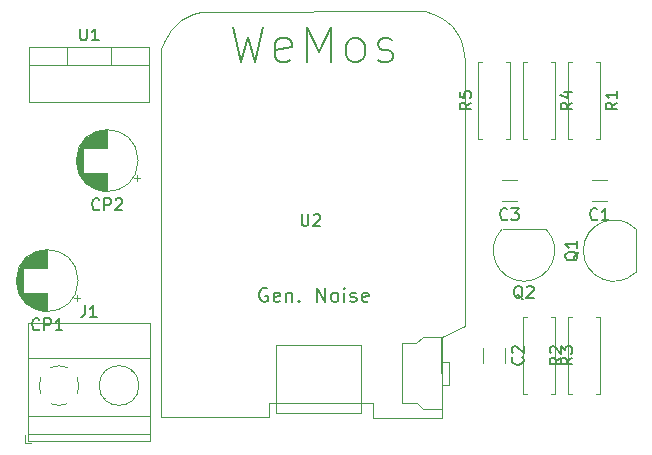
<source format=gto>
G04 #@! TF.GenerationSoftware,KiCad,Pcbnew,5.0.2+dfsg1-1*
G04 #@! TF.CreationDate,2019-01-29T13:39:18+01:00*
G04 #@! TF.ProjectId,wifi_noise_gen,77696669-5f6e-46f6-9973-655f67656e2e,rev?*
G04 #@! TF.SameCoordinates,Original*
G04 #@! TF.FileFunction,Legend,Top*
G04 #@! TF.FilePolarity,Positive*
%FSLAX46Y46*%
G04 Gerber Fmt 4.6, Leading zero omitted, Abs format (unit mm)*
G04 Created by KiCad (PCBNEW 5.0.2+dfsg1-1) date Tue 29 Jan 2019 01:39:18 PM STD*
%MOMM*%
%LPD*%
G01*
G04 APERTURE LIST*
%ADD10C,0.200000*%
%ADD11C,0.100000*%
%ADD12C,0.120000*%
%ADD13C,0.150000*%
G04 APERTURE END LIST*
D10*
X120517142Y-89570000D02*
X120402857Y-89512857D01*
X120231428Y-89512857D01*
X120060000Y-89570000D01*
X119945714Y-89684285D01*
X119888571Y-89798571D01*
X119831428Y-90027142D01*
X119831428Y-90198571D01*
X119888571Y-90427142D01*
X119945714Y-90541428D01*
X120060000Y-90655714D01*
X120231428Y-90712857D01*
X120345714Y-90712857D01*
X120517142Y-90655714D01*
X120574285Y-90598571D01*
X120574285Y-90198571D01*
X120345714Y-90198571D01*
X121545714Y-90655714D02*
X121431428Y-90712857D01*
X121202857Y-90712857D01*
X121088571Y-90655714D01*
X121031428Y-90541428D01*
X121031428Y-90084285D01*
X121088571Y-89970000D01*
X121202857Y-89912857D01*
X121431428Y-89912857D01*
X121545714Y-89970000D01*
X121602857Y-90084285D01*
X121602857Y-90198571D01*
X121031428Y-90312857D01*
X122117142Y-89912857D02*
X122117142Y-90712857D01*
X122117142Y-90027142D02*
X122174285Y-89970000D01*
X122288571Y-89912857D01*
X122460000Y-89912857D01*
X122574285Y-89970000D01*
X122631428Y-90084285D01*
X122631428Y-90712857D01*
X123202857Y-90598571D02*
X123260000Y-90655714D01*
X123202857Y-90712857D01*
X123145714Y-90655714D01*
X123202857Y-90598571D01*
X123202857Y-90712857D01*
X124688571Y-90712857D02*
X124688571Y-89512857D01*
X125374285Y-90712857D01*
X125374285Y-89512857D01*
X126117142Y-90712857D02*
X126002857Y-90655714D01*
X125945714Y-90598571D01*
X125888571Y-90484285D01*
X125888571Y-90141428D01*
X125945714Y-90027142D01*
X126002857Y-89970000D01*
X126117142Y-89912857D01*
X126288571Y-89912857D01*
X126402857Y-89970000D01*
X126460000Y-90027142D01*
X126517142Y-90141428D01*
X126517142Y-90484285D01*
X126460000Y-90598571D01*
X126402857Y-90655714D01*
X126288571Y-90712857D01*
X126117142Y-90712857D01*
X127031428Y-90712857D02*
X127031428Y-89912857D01*
X127031428Y-89512857D02*
X126974285Y-89570000D01*
X127031428Y-89627142D01*
X127088571Y-89570000D01*
X127031428Y-89512857D01*
X127031428Y-89627142D01*
X127545714Y-90655714D02*
X127660000Y-90712857D01*
X127888571Y-90712857D01*
X128002857Y-90655714D01*
X128060000Y-90541428D01*
X128060000Y-90484285D01*
X128002857Y-90370000D01*
X127888571Y-90312857D01*
X127717142Y-90312857D01*
X127602857Y-90255714D01*
X127545714Y-90141428D01*
X127545714Y-90084285D01*
X127602857Y-89970000D01*
X127717142Y-89912857D01*
X127888571Y-89912857D01*
X128002857Y-89970000D01*
X129031428Y-90655714D02*
X128917142Y-90712857D01*
X128688571Y-90712857D01*
X128574285Y-90655714D01*
X128517142Y-90541428D01*
X128517142Y-90084285D01*
X128574285Y-89970000D01*
X128688571Y-89912857D01*
X128917142Y-89912857D01*
X129031428Y-89970000D01*
X129088571Y-90084285D01*
X129088571Y-90198571D01*
X128517142Y-90312857D01*
D11*
G04 #@! TO.C,U2*
X135277472Y-100558963D02*
X129466180Y-100558963D01*
X129466180Y-100558963D02*
X129439849Y-99275530D01*
X129439849Y-99275530D02*
X120608627Y-99282218D01*
X120608627Y-99282218D02*
X120610603Y-100484471D01*
X120610603Y-100484471D02*
X111529807Y-100458393D01*
X111529807Y-100458393D02*
X111543805Y-69288242D01*
X111543805Y-69288242D02*
X111776616Y-68685449D01*
X111776616Y-68685449D02*
X112060099Y-68140568D01*
X112060099Y-68140568D02*
X112394747Y-67654158D01*
X112394747Y-67654158D02*
X112781047Y-67226783D01*
X112781047Y-67226783D02*
X113219488Y-66858994D01*
X113219488Y-66858994D02*
X113710560Y-66551358D01*
X113710560Y-66551358D02*
X114254750Y-66304425D01*
X114254750Y-66304425D02*
X114852547Y-66118759D01*
X114852547Y-66118759D02*
X133890460Y-66090001D01*
X133890460Y-66090001D02*
X134509824Y-66323994D01*
X134509824Y-66323994D02*
X135098018Y-66608477D01*
X135098018Y-66608477D02*
X135641445Y-66957992D01*
X135641445Y-66957992D02*
X136126503Y-67387077D01*
X136126503Y-67387077D02*
X136539595Y-67910275D01*
X136539595Y-67910275D02*
X136867122Y-68542122D01*
X136867122Y-68542122D02*
X137095482Y-69297160D01*
X137095482Y-69297160D02*
X137211078Y-70189928D01*
X137211078Y-70189928D02*
X137236026Y-92745020D01*
X137236026Y-92745020D02*
X135292480Y-93705916D01*
X135292480Y-93705916D02*
X135262686Y-100514259D01*
X121280350Y-94333186D02*
X128419931Y-94333186D01*
X128419931Y-94333186D02*
X128419931Y-100146923D01*
X128419931Y-100146923D02*
X121280350Y-100146923D01*
X121280350Y-100146923D02*
X121280350Y-94333186D01*
X135203600Y-93684084D02*
X133651378Y-93684084D01*
X133651378Y-93684084D02*
X133122211Y-94213250D01*
X133122211Y-94213250D02*
X131869850Y-94213250D01*
X131869850Y-94213250D02*
X131869850Y-99275611D01*
X131869850Y-99275611D02*
X133157489Y-99275611D01*
X133157489Y-99275611D02*
X133686656Y-99769500D01*
X133686656Y-99769500D02*
X135256517Y-99769500D01*
X135256517Y-99769500D02*
X135203600Y-93684084D01*
X135238878Y-95765473D02*
X135891517Y-95765473D01*
X135891517Y-95765473D02*
X135891517Y-97758667D01*
X135891517Y-97758667D02*
X135274156Y-97758667D01*
D12*
G04 #@! TO.C,C1*
X149239000Y-82200000D02*
X147981000Y-82200000D01*
X149239000Y-80360000D02*
X147981000Y-80360000D01*
G04 #@! TO.C,C2*
X140620000Y-94601000D02*
X140620000Y-95859000D01*
X138780000Y-94601000D02*
X138780000Y-95859000D01*
G04 #@! TO.C,C3*
X141619000Y-80360000D02*
X140361000Y-80360000D01*
X141619000Y-82200000D02*
X140361000Y-82200000D01*
G04 #@! TO.C,CP1*
X104424775Y-90625000D02*
X104424775Y-90125000D01*
X104674775Y-90375000D02*
X104174775Y-90375000D01*
X99269000Y-89184000D02*
X99269000Y-88616000D01*
X99309000Y-89418000D02*
X99309000Y-88382000D01*
X99349000Y-89577000D02*
X99349000Y-88223000D01*
X99389000Y-89705000D02*
X99389000Y-88095000D01*
X99429000Y-89815000D02*
X99429000Y-87985000D01*
X99469000Y-89911000D02*
X99469000Y-87889000D01*
X99509000Y-89998000D02*
X99509000Y-87802000D01*
X99549000Y-90078000D02*
X99549000Y-87722000D01*
X99589000Y-90151000D02*
X99589000Y-87649000D01*
X99629000Y-90219000D02*
X99629000Y-87581000D01*
X99669000Y-90283000D02*
X99669000Y-87517000D01*
X99709000Y-90343000D02*
X99709000Y-87457000D01*
X99749000Y-90400000D02*
X99749000Y-87400000D01*
X99789000Y-90454000D02*
X99789000Y-87346000D01*
X99829000Y-90505000D02*
X99829000Y-87295000D01*
X99869000Y-87860000D02*
X99869000Y-87247000D01*
X99869000Y-90553000D02*
X99869000Y-89940000D01*
X99909000Y-87860000D02*
X99909000Y-87201000D01*
X99909000Y-90599000D02*
X99909000Y-89940000D01*
X99949000Y-87860000D02*
X99949000Y-87157000D01*
X99949000Y-90643000D02*
X99949000Y-89940000D01*
X99989000Y-87860000D02*
X99989000Y-87115000D01*
X99989000Y-90685000D02*
X99989000Y-89940000D01*
X100029000Y-87860000D02*
X100029000Y-87074000D01*
X100029000Y-90726000D02*
X100029000Y-89940000D01*
X100069000Y-87860000D02*
X100069000Y-87036000D01*
X100069000Y-90764000D02*
X100069000Y-89940000D01*
X100109000Y-87860000D02*
X100109000Y-86999000D01*
X100109000Y-90801000D02*
X100109000Y-89940000D01*
X100149000Y-87860000D02*
X100149000Y-86963000D01*
X100149000Y-90837000D02*
X100149000Y-89940000D01*
X100189000Y-87860000D02*
X100189000Y-86929000D01*
X100189000Y-90871000D02*
X100189000Y-89940000D01*
X100229000Y-87860000D02*
X100229000Y-86896000D01*
X100229000Y-90904000D02*
X100229000Y-89940000D01*
X100269000Y-87860000D02*
X100269000Y-86865000D01*
X100269000Y-90935000D02*
X100269000Y-89940000D01*
X100309000Y-87860000D02*
X100309000Y-86835000D01*
X100309000Y-90965000D02*
X100309000Y-89940000D01*
X100349000Y-87860000D02*
X100349000Y-86805000D01*
X100349000Y-90995000D02*
X100349000Y-89940000D01*
X100389000Y-87860000D02*
X100389000Y-86778000D01*
X100389000Y-91022000D02*
X100389000Y-89940000D01*
X100429000Y-87860000D02*
X100429000Y-86751000D01*
X100429000Y-91049000D02*
X100429000Y-89940000D01*
X100469000Y-87860000D02*
X100469000Y-86725000D01*
X100469000Y-91075000D02*
X100469000Y-89940000D01*
X100509000Y-87860000D02*
X100509000Y-86700000D01*
X100509000Y-91100000D02*
X100509000Y-89940000D01*
X100549000Y-87860000D02*
X100549000Y-86676000D01*
X100549000Y-91124000D02*
X100549000Y-89940000D01*
X100589000Y-87860000D02*
X100589000Y-86653000D01*
X100589000Y-91147000D02*
X100589000Y-89940000D01*
X100629000Y-87860000D02*
X100629000Y-86632000D01*
X100629000Y-91168000D02*
X100629000Y-89940000D01*
X100669000Y-87860000D02*
X100669000Y-86610000D01*
X100669000Y-91190000D02*
X100669000Y-89940000D01*
X100709000Y-87860000D02*
X100709000Y-86590000D01*
X100709000Y-91210000D02*
X100709000Y-89940000D01*
X100749000Y-87860000D02*
X100749000Y-86571000D01*
X100749000Y-91229000D02*
X100749000Y-89940000D01*
X100789000Y-87860000D02*
X100789000Y-86552000D01*
X100789000Y-91248000D02*
X100789000Y-89940000D01*
X100829000Y-87860000D02*
X100829000Y-86535000D01*
X100829000Y-91265000D02*
X100829000Y-89940000D01*
X100869000Y-87860000D02*
X100869000Y-86518000D01*
X100869000Y-91282000D02*
X100869000Y-89940000D01*
X100909000Y-87860000D02*
X100909000Y-86502000D01*
X100909000Y-91298000D02*
X100909000Y-89940000D01*
X100949000Y-87860000D02*
X100949000Y-86486000D01*
X100949000Y-91314000D02*
X100949000Y-89940000D01*
X100989000Y-87860000D02*
X100989000Y-86472000D01*
X100989000Y-91328000D02*
X100989000Y-89940000D01*
X101029000Y-87860000D02*
X101029000Y-86458000D01*
X101029000Y-91342000D02*
X101029000Y-89940000D01*
X101069000Y-87860000D02*
X101069000Y-86445000D01*
X101069000Y-91355000D02*
X101069000Y-89940000D01*
X101109000Y-87860000D02*
X101109000Y-86432000D01*
X101109000Y-91368000D02*
X101109000Y-89940000D01*
X101149000Y-87860000D02*
X101149000Y-86420000D01*
X101149000Y-91380000D02*
X101149000Y-89940000D01*
X101190000Y-87860000D02*
X101190000Y-86409000D01*
X101190000Y-91391000D02*
X101190000Y-89940000D01*
X101230000Y-87860000D02*
X101230000Y-86399000D01*
X101230000Y-91401000D02*
X101230000Y-89940000D01*
X101270000Y-87860000D02*
X101270000Y-86389000D01*
X101270000Y-91411000D02*
X101270000Y-89940000D01*
X101310000Y-87860000D02*
X101310000Y-86380000D01*
X101310000Y-91420000D02*
X101310000Y-89940000D01*
X101350000Y-87860000D02*
X101350000Y-86372000D01*
X101350000Y-91428000D02*
X101350000Y-89940000D01*
X101390000Y-87860000D02*
X101390000Y-86364000D01*
X101390000Y-91436000D02*
X101390000Y-89940000D01*
X101430000Y-87860000D02*
X101430000Y-86357000D01*
X101430000Y-91443000D02*
X101430000Y-89940000D01*
X101470000Y-87860000D02*
X101470000Y-86350000D01*
X101470000Y-91450000D02*
X101470000Y-89940000D01*
X101510000Y-87860000D02*
X101510000Y-86344000D01*
X101510000Y-91456000D02*
X101510000Y-89940000D01*
X101550000Y-87860000D02*
X101550000Y-86339000D01*
X101550000Y-91461000D02*
X101550000Y-89940000D01*
X101590000Y-87860000D02*
X101590000Y-86335000D01*
X101590000Y-91465000D02*
X101590000Y-89940000D01*
X101630000Y-87860000D02*
X101630000Y-86331000D01*
X101630000Y-91469000D02*
X101630000Y-89940000D01*
X101670000Y-87860000D02*
X101670000Y-86327000D01*
X101670000Y-91473000D02*
X101670000Y-89940000D01*
X101710000Y-87860000D02*
X101710000Y-86324000D01*
X101710000Y-91476000D02*
X101710000Y-89940000D01*
X101750000Y-87860000D02*
X101750000Y-86322000D01*
X101750000Y-91478000D02*
X101750000Y-89940000D01*
X101790000Y-87860000D02*
X101790000Y-86321000D01*
X101790000Y-91479000D02*
X101790000Y-89940000D01*
X101830000Y-91480000D02*
X101830000Y-89940000D01*
X101830000Y-87860000D02*
X101830000Y-86320000D01*
X101870000Y-91480000D02*
X101870000Y-89940000D01*
X101870000Y-87860000D02*
X101870000Y-86320000D01*
X104490000Y-88900000D02*
G75*
G03X104490000Y-88900000I-2620000J0D01*
G01*
G04 #@! TO.C,CP2*
X109570000Y-78740000D02*
G75*
G03X109570000Y-78740000I-2620000J0D01*
G01*
X106950000Y-77700000D02*
X106950000Y-76160000D01*
X106950000Y-81320000D02*
X106950000Y-79780000D01*
X106910000Y-77700000D02*
X106910000Y-76160000D01*
X106910000Y-81320000D02*
X106910000Y-79780000D01*
X106870000Y-81319000D02*
X106870000Y-79780000D01*
X106870000Y-77700000D02*
X106870000Y-76161000D01*
X106830000Y-81318000D02*
X106830000Y-79780000D01*
X106830000Y-77700000D02*
X106830000Y-76162000D01*
X106790000Y-81316000D02*
X106790000Y-79780000D01*
X106790000Y-77700000D02*
X106790000Y-76164000D01*
X106750000Y-81313000D02*
X106750000Y-79780000D01*
X106750000Y-77700000D02*
X106750000Y-76167000D01*
X106710000Y-81309000D02*
X106710000Y-79780000D01*
X106710000Y-77700000D02*
X106710000Y-76171000D01*
X106670000Y-81305000D02*
X106670000Y-79780000D01*
X106670000Y-77700000D02*
X106670000Y-76175000D01*
X106630000Y-81301000D02*
X106630000Y-79780000D01*
X106630000Y-77700000D02*
X106630000Y-76179000D01*
X106590000Y-81296000D02*
X106590000Y-79780000D01*
X106590000Y-77700000D02*
X106590000Y-76184000D01*
X106550000Y-81290000D02*
X106550000Y-79780000D01*
X106550000Y-77700000D02*
X106550000Y-76190000D01*
X106510000Y-81283000D02*
X106510000Y-79780000D01*
X106510000Y-77700000D02*
X106510000Y-76197000D01*
X106470000Y-81276000D02*
X106470000Y-79780000D01*
X106470000Y-77700000D02*
X106470000Y-76204000D01*
X106430000Y-81268000D02*
X106430000Y-79780000D01*
X106430000Y-77700000D02*
X106430000Y-76212000D01*
X106390000Y-81260000D02*
X106390000Y-79780000D01*
X106390000Y-77700000D02*
X106390000Y-76220000D01*
X106350000Y-81251000D02*
X106350000Y-79780000D01*
X106350000Y-77700000D02*
X106350000Y-76229000D01*
X106310000Y-81241000D02*
X106310000Y-79780000D01*
X106310000Y-77700000D02*
X106310000Y-76239000D01*
X106270000Y-81231000D02*
X106270000Y-79780000D01*
X106270000Y-77700000D02*
X106270000Y-76249000D01*
X106229000Y-81220000D02*
X106229000Y-79780000D01*
X106229000Y-77700000D02*
X106229000Y-76260000D01*
X106189000Y-81208000D02*
X106189000Y-79780000D01*
X106189000Y-77700000D02*
X106189000Y-76272000D01*
X106149000Y-81195000D02*
X106149000Y-79780000D01*
X106149000Y-77700000D02*
X106149000Y-76285000D01*
X106109000Y-81182000D02*
X106109000Y-79780000D01*
X106109000Y-77700000D02*
X106109000Y-76298000D01*
X106069000Y-81168000D02*
X106069000Y-79780000D01*
X106069000Y-77700000D02*
X106069000Y-76312000D01*
X106029000Y-81154000D02*
X106029000Y-79780000D01*
X106029000Y-77700000D02*
X106029000Y-76326000D01*
X105989000Y-81138000D02*
X105989000Y-79780000D01*
X105989000Y-77700000D02*
X105989000Y-76342000D01*
X105949000Y-81122000D02*
X105949000Y-79780000D01*
X105949000Y-77700000D02*
X105949000Y-76358000D01*
X105909000Y-81105000D02*
X105909000Y-79780000D01*
X105909000Y-77700000D02*
X105909000Y-76375000D01*
X105869000Y-81088000D02*
X105869000Y-79780000D01*
X105869000Y-77700000D02*
X105869000Y-76392000D01*
X105829000Y-81069000D02*
X105829000Y-79780000D01*
X105829000Y-77700000D02*
X105829000Y-76411000D01*
X105789000Y-81050000D02*
X105789000Y-79780000D01*
X105789000Y-77700000D02*
X105789000Y-76430000D01*
X105749000Y-81030000D02*
X105749000Y-79780000D01*
X105749000Y-77700000D02*
X105749000Y-76450000D01*
X105709000Y-81008000D02*
X105709000Y-79780000D01*
X105709000Y-77700000D02*
X105709000Y-76472000D01*
X105669000Y-80987000D02*
X105669000Y-79780000D01*
X105669000Y-77700000D02*
X105669000Y-76493000D01*
X105629000Y-80964000D02*
X105629000Y-79780000D01*
X105629000Y-77700000D02*
X105629000Y-76516000D01*
X105589000Y-80940000D02*
X105589000Y-79780000D01*
X105589000Y-77700000D02*
X105589000Y-76540000D01*
X105549000Y-80915000D02*
X105549000Y-79780000D01*
X105549000Y-77700000D02*
X105549000Y-76565000D01*
X105509000Y-80889000D02*
X105509000Y-79780000D01*
X105509000Y-77700000D02*
X105509000Y-76591000D01*
X105469000Y-80862000D02*
X105469000Y-79780000D01*
X105469000Y-77700000D02*
X105469000Y-76618000D01*
X105429000Y-80835000D02*
X105429000Y-79780000D01*
X105429000Y-77700000D02*
X105429000Y-76645000D01*
X105389000Y-80805000D02*
X105389000Y-79780000D01*
X105389000Y-77700000D02*
X105389000Y-76675000D01*
X105349000Y-80775000D02*
X105349000Y-79780000D01*
X105349000Y-77700000D02*
X105349000Y-76705000D01*
X105309000Y-80744000D02*
X105309000Y-79780000D01*
X105309000Y-77700000D02*
X105309000Y-76736000D01*
X105269000Y-80711000D02*
X105269000Y-79780000D01*
X105269000Y-77700000D02*
X105269000Y-76769000D01*
X105229000Y-80677000D02*
X105229000Y-79780000D01*
X105229000Y-77700000D02*
X105229000Y-76803000D01*
X105189000Y-80641000D02*
X105189000Y-79780000D01*
X105189000Y-77700000D02*
X105189000Y-76839000D01*
X105149000Y-80604000D02*
X105149000Y-79780000D01*
X105149000Y-77700000D02*
X105149000Y-76876000D01*
X105109000Y-80566000D02*
X105109000Y-79780000D01*
X105109000Y-77700000D02*
X105109000Y-76914000D01*
X105069000Y-80525000D02*
X105069000Y-79780000D01*
X105069000Y-77700000D02*
X105069000Y-76955000D01*
X105029000Y-80483000D02*
X105029000Y-79780000D01*
X105029000Y-77700000D02*
X105029000Y-76997000D01*
X104989000Y-80439000D02*
X104989000Y-79780000D01*
X104989000Y-77700000D02*
X104989000Y-77041000D01*
X104949000Y-80393000D02*
X104949000Y-79780000D01*
X104949000Y-77700000D02*
X104949000Y-77087000D01*
X104909000Y-80345000D02*
X104909000Y-77135000D01*
X104869000Y-80294000D02*
X104869000Y-77186000D01*
X104829000Y-80240000D02*
X104829000Y-77240000D01*
X104789000Y-80183000D02*
X104789000Y-77297000D01*
X104749000Y-80123000D02*
X104749000Y-77357000D01*
X104709000Y-80059000D02*
X104709000Y-77421000D01*
X104669000Y-79991000D02*
X104669000Y-77489000D01*
X104629000Y-79918000D02*
X104629000Y-77562000D01*
X104589000Y-79838000D02*
X104589000Y-77642000D01*
X104549000Y-79751000D02*
X104549000Y-77729000D01*
X104509000Y-79655000D02*
X104509000Y-77825000D01*
X104469000Y-79545000D02*
X104469000Y-77935000D01*
X104429000Y-79417000D02*
X104429000Y-78063000D01*
X104389000Y-79258000D02*
X104389000Y-78222000D01*
X104349000Y-79024000D02*
X104349000Y-78456000D01*
X109754775Y-80215000D02*
X109254775Y-80215000D01*
X109504775Y-80465000D02*
X109504775Y-79965000D01*
G04 #@! TO.C,J1*
X103553318Y-99324756D02*
G75*
G02X102870000Y-99470000I-683318J1534756D01*
G01*
X104405426Y-97106958D02*
G75*
G02X104405000Y-98474000I-1535426J-683042D01*
G01*
X102186958Y-96254574D02*
G75*
G02X103554000Y-96255000I683042J-1535426D01*
G01*
X101334574Y-98473042D02*
G75*
G02X101335000Y-97106000I1535426J683042D01*
G01*
X102898805Y-99470253D02*
G75*
G02X102186000Y-99325000I-28805J1680253D01*
G01*
X109630000Y-97790000D02*
G75*
G03X109630000Y-97790000I-1680000J0D01*
G01*
X100270000Y-101890000D02*
X110550000Y-101890000D01*
X100270000Y-100390000D02*
X110550000Y-100390000D01*
X100270000Y-95489000D02*
X110550000Y-95489000D01*
X100270000Y-92529000D02*
X110550000Y-92529000D01*
X100270000Y-102450000D02*
X110550000Y-102450000D01*
X100270000Y-92529000D02*
X100270000Y-102450000D01*
X110550000Y-92529000D02*
X110550000Y-102450000D01*
X109225000Y-96721000D02*
X109178000Y-96767000D01*
X106916000Y-99029000D02*
X106881000Y-99064000D01*
X109020000Y-96515000D02*
X108985000Y-96551000D01*
X106723000Y-98813000D02*
X106676000Y-98859000D01*
X100030000Y-101950000D02*
X100030000Y-102690000D01*
X100030000Y-102690000D02*
X100530000Y-102690000D01*
G04 #@! TO.C,Q1*
X151698478Y-84521522D02*
G75*
G03X147260000Y-86360000I-1838478J-1838478D01*
G01*
X151698478Y-88198478D02*
G75*
G02X147260000Y-86360000I-1838478J1838478D01*
G01*
X151710000Y-88160000D02*
X151710000Y-84560000D01*
G04 #@! TO.C,Q2*
X144040000Y-84510000D02*
X140440000Y-84510000D01*
X144078478Y-84521522D02*
G75*
G02X142240000Y-88960000I-1838478J-1838478D01*
G01*
X140401522Y-84521522D02*
G75*
G03X142240000Y-88960000I1838478J-1838478D01*
G01*
G04 #@! TO.C,R1*
X148360000Y-70390000D02*
X148690000Y-70390000D01*
X148690000Y-70390000D02*
X148690000Y-76930000D01*
X148690000Y-76930000D02*
X148360000Y-76930000D01*
X146280000Y-70390000D02*
X145950000Y-70390000D01*
X145950000Y-70390000D02*
X145950000Y-76930000D01*
X145950000Y-76930000D02*
X146280000Y-76930000D01*
G04 #@! TO.C,R2*
X148690000Y-91980000D02*
X148360000Y-91980000D01*
X148690000Y-98520000D02*
X148690000Y-91980000D01*
X148360000Y-98520000D02*
X148690000Y-98520000D01*
X145950000Y-91980000D02*
X146280000Y-91980000D01*
X145950000Y-98520000D02*
X145950000Y-91980000D01*
X146280000Y-98520000D02*
X145950000Y-98520000D01*
G04 #@! TO.C,R3*
X144550000Y-91980000D02*
X144880000Y-91980000D01*
X144880000Y-91980000D02*
X144880000Y-98520000D01*
X144880000Y-98520000D02*
X144550000Y-98520000D01*
X142470000Y-91980000D02*
X142140000Y-91980000D01*
X142140000Y-91980000D02*
X142140000Y-98520000D01*
X142140000Y-98520000D02*
X142470000Y-98520000D01*
G04 #@! TO.C,R4*
X142140000Y-76930000D02*
X142470000Y-76930000D01*
X142140000Y-70390000D02*
X142140000Y-76930000D01*
X142470000Y-70390000D02*
X142140000Y-70390000D01*
X144880000Y-76930000D02*
X144550000Y-76930000D01*
X144880000Y-70390000D02*
X144880000Y-76930000D01*
X144550000Y-70390000D02*
X144880000Y-70390000D01*
G04 #@! TO.C,R5*
X138660000Y-76930000D02*
X138330000Y-76930000D01*
X138330000Y-76930000D02*
X138330000Y-70390000D01*
X138330000Y-70390000D02*
X138660000Y-70390000D01*
X140740000Y-76930000D02*
X141070000Y-76930000D01*
X141070000Y-76930000D02*
X141070000Y-70390000D01*
X141070000Y-70390000D02*
X140740000Y-70390000D01*
G04 #@! TO.C,U1*
X100290000Y-69120000D02*
X110530000Y-69120000D01*
X100290000Y-73761000D02*
X110530000Y-73761000D01*
X100290000Y-69120000D02*
X100290000Y-73761000D01*
X110530000Y-69120000D02*
X110530000Y-73761000D01*
X100290000Y-70630000D02*
X110530000Y-70630000D01*
X103560000Y-69120000D02*
X103560000Y-70630000D01*
X107261000Y-69120000D02*
X107261000Y-70630000D01*
G04 #@! TO.C,U2*
D13*
X123417901Y-83272380D02*
X123417901Y-84081904D01*
X123465520Y-84177142D01*
X123513139Y-84224761D01*
X123608377Y-84272380D01*
X123798853Y-84272380D01*
X123894091Y-84224761D01*
X123941710Y-84177142D01*
X123989329Y-84081904D01*
X123989329Y-83272380D01*
X124417901Y-83367619D02*
X124465520Y-83320000D01*
X124560758Y-83272380D01*
X124798853Y-83272380D01*
X124894091Y-83320000D01*
X124941710Y-83367619D01*
X124989329Y-83462857D01*
X124989329Y-83558095D01*
X124941710Y-83700952D01*
X124370282Y-84272380D01*
X124989329Y-84272380D01*
X117602857Y-67398877D02*
X118317142Y-70398877D01*
X118888571Y-68256020D01*
X119460000Y-70398877D01*
X120174285Y-67398877D01*
X122460000Y-70256020D02*
X122174285Y-70398877D01*
X121602857Y-70398877D01*
X121317142Y-70256020D01*
X121174285Y-69970306D01*
X121174285Y-68827449D01*
X121317142Y-68541735D01*
X121602857Y-68398877D01*
X122174285Y-68398877D01*
X122460000Y-68541735D01*
X122602857Y-68827449D01*
X122602857Y-69113163D01*
X121174285Y-69398877D01*
X123888571Y-70398877D02*
X123888571Y-67398877D01*
X124888571Y-69541735D01*
X125888571Y-67398877D01*
X125888571Y-70398877D01*
X127745714Y-70398877D02*
X127460000Y-70256020D01*
X127317142Y-70113163D01*
X127174285Y-69827449D01*
X127174285Y-68970306D01*
X127317142Y-68684592D01*
X127460000Y-68541735D01*
X127745714Y-68398877D01*
X128174285Y-68398877D01*
X128460000Y-68541735D01*
X128602857Y-68684592D01*
X128745714Y-68970306D01*
X128745714Y-69827449D01*
X128602857Y-70113163D01*
X128460000Y-70256020D01*
X128174285Y-70398877D01*
X127745714Y-70398877D01*
X129888571Y-70256020D02*
X130174285Y-70398877D01*
X130745714Y-70398877D01*
X131031428Y-70256020D01*
X131174285Y-69970306D01*
X131174285Y-69827449D01*
X131031428Y-69541735D01*
X130745714Y-69398877D01*
X130317142Y-69398877D01*
X130031428Y-69256020D01*
X129888571Y-68970306D01*
X129888571Y-68827449D01*
X130031428Y-68541735D01*
X130317142Y-68398877D01*
X130745714Y-68398877D01*
X131031428Y-68541735D01*
G04 #@! TO.C,C1*
X148443333Y-83687142D02*
X148395714Y-83734761D01*
X148252857Y-83782380D01*
X148157619Y-83782380D01*
X148014761Y-83734761D01*
X147919523Y-83639523D01*
X147871904Y-83544285D01*
X147824285Y-83353809D01*
X147824285Y-83210952D01*
X147871904Y-83020476D01*
X147919523Y-82925238D01*
X148014761Y-82830000D01*
X148157619Y-82782380D01*
X148252857Y-82782380D01*
X148395714Y-82830000D01*
X148443333Y-82877619D01*
X149395714Y-83782380D02*
X148824285Y-83782380D01*
X149110000Y-83782380D02*
X149110000Y-82782380D01*
X149014761Y-82925238D01*
X148919523Y-83020476D01*
X148824285Y-83068095D01*
G04 #@! TO.C,C2*
X142107142Y-95396666D02*
X142154761Y-95444285D01*
X142202380Y-95587142D01*
X142202380Y-95682380D01*
X142154761Y-95825238D01*
X142059523Y-95920476D01*
X141964285Y-95968095D01*
X141773809Y-96015714D01*
X141630952Y-96015714D01*
X141440476Y-95968095D01*
X141345238Y-95920476D01*
X141250000Y-95825238D01*
X141202380Y-95682380D01*
X141202380Y-95587142D01*
X141250000Y-95444285D01*
X141297619Y-95396666D01*
X141297619Y-95015714D02*
X141250000Y-94968095D01*
X141202380Y-94872857D01*
X141202380Y-94634761D01*
X141250000Y-94539523D01*
X141297619Y-94491904D01*
X141392857Y-94444285D01*
X141488095Y-94444285D01*
X141630952Y-94491904D01*
X142202380Y-95063333D01*
X142202380Y-94444285D01*
G04 #@! TO.C,C3*
X140823333Y-83687142D02*
X140775714Y-83734761D01*
X140632857Y-83782380D01*
X140537619Y-83782380D01*
X140394761Y-83734761D01*
X140299523Y-83639523D01*
X140251904Y-83544285D01*
X140204285Y-83353809D01*
X140204285Y-83210952D01*
X140251904Y-83020476D01*
X140299523Y-82925238D01*
X140394761Y-82830000D01*
X140537619Y-82782380D01*
X140632857Y-82782380D01*
X140775714Y-82830000D01*
X140823333Y-82877619D01*
X141156666Y-82782380D02*
X141775714Y-82782380D01*
X141442380Y-83163333D01*
X141585238Y-83163333D01*
X141680476Y-83210952D01*
X141728095Y-83258571D01*
X141775714Y-83353809D01*
X141775714Y-83591904D01*
X141728095Y-83687142D01*
X141680476Y-83734761D01*
X141585238Y-83782380D01*
X141299523Y-83782380D01*
X141204285Y-83734761D01*
X141156666Y-83687142D01*
G04 #@! TO.C,CP1*
X101203333Y-93007142D02*
X101155714Y-93054761D01*
X101012857Y-93102380D01*
X100917619Y-93102380D01*
X100774761Y-93054761D01*
X100679523Y-92959523D01*
X100631904Y-92864285D01*
X100584285Y-92673809D01*
X100584285Y-92530952D01*
X100631904Y-92340476D01*
X100679523Y-92245238D01*
X100774761Y-92150000D01*
X100917619Y-92102380D01*
X101012857Y-92102380D01*
X101155714Y-92150000D01*
X101203333Y-92197619D01*
X101631904Y-93102380D02*
X101631904Y-92102380D01*
X102012857Y-92102380D01*
X102108095Y-92150000D01*
X102155714Y-92197619D01*
X102203333Y-92292857D01*
X102203333Y-92435714D01*
X102155714Y-92530952D01*
X102108095Y-92578571D01*
X102012857Y-92626190D01*
X101631904Y-92626190D01*
X103155714Y-93102380D02*
X102584285Y-93102380D01*
X102870000Y-93102380D02*
X102870000Y-92102380D01*
X102774761Y-92245238D01*
X102679523Y-92340476D01*
X102584285Y-92388095D01*
G04 #@! TO.C,CP2*
X106283333Y-82847142D02*
X106235714Y-82894761D01*
X106092857Y-82942380D01*
X105997619Y-82942380D01*
X105854761Y-82894761D01*
X105759523Y-82799523D01*
X105711904Y-82704285D01*
X105664285Y-82513809D01*
X105664285Y-82370952D01*
X105711904Y-82180476D01*
X105759523Y-82085238D01*
X105854761Y-81990000D01*
X105997619Y-81942380D01*
X106092857Y-81942380D01*
X106235714Y-81990000D01*
X106283333Y-82037619D01*
X106711904Y-82942380D02*
X106711904Y-81942380D01*
X107092857Y-81942380D01*
X107188095Y-81990000D01*
X107235714Y-82037619D01*
X107283333Y-82132857D01*
X107283333Y-82275714D01*
X107235714Y-82370952D01*
X107188095Y-82418571D01*
X107092857Y-82466190D01*
X106711904Y-82466190D01*
X107664285Y-82037619D02*
X107711904Y-81990000D01*
X107807142Y-81942380D01*
X108045238Y-81942380D01*
X108140476Y-81990000D01*
X108188095Y-82037619D01*
X108235714Y-82132857D01*
X108235714Y-82228095D01*
X108188095Y-82370952D01*
X107616666Y-82942380D01*
X108235714Y-82942380D01*
G04 #@! TO.C,J1*
X105076666Y-90982380D02*
X105076666Y-91696666D01*
X105029047Y-91839523D01*
X104933809Y-91934761D01*
X104790952Y-91982380D01*
X104695714Y-91982380D01*
X106076666Y-91982380D02*
X105505238Y-91982380D01*
X105790952Y-91982380D02*
X105790952Y-90982380D01*
X105695714Y-91125238D01*
X105600476Y-91220476D01*
X105505238Y-91268095D01*
G04 #@! TO.C,Q1*
X146847619Y-86455238D02*
X146800000Y-86550476D01*
X146704761Y-86645714D01*
X146561904Y-86788571D01*
X146514285Y-86883809D01*
X146514285Y-86979047D01*
X146752380Y-86931428D02*
X146704761Y-87026666D01*
X146609523Y-87121904D01*
X146419047Y-87169523D01*
X146085714Y-87169523D01*
X145895238Y-87121904D01*
X145800000Y-87026666D01*
X145752380Y-86931428D01*
X145752380Y-86740952D01*
X145800000Y-86645714D01*
X145895238Y-86550476D01*
X146085714Y-86502857D01*
X146419047Y-86502857D01*
X146609523Y-86550476D01*
X146704761Y-86645714D01*
X146752380Y-86740952D01*
X146752380Y-86931428D01*
X146752380Y-85550476D02*
X146752380Y-86121904D01*
X146752380Y-85836190D02*
X145752380Y-85836190D01*
X145895238Y-85931428D01*
X145990476Y-86026666D01*
X146038095Y-86121904D01*
G04 #@! TO.C,Q2*
X142144761Y-90467619D02*
X142049523Y-90420000D01*
X141954285Y-90324761D01*
X141811428Y-90181904D01*
X141716190Y-90134285D01*
X141620952Y-90134285D01*
X141668571Y-90372380D02*
X141573333Y-90324761D01*
X141478095Y-90229523D01*
X141430476Y-90039047D01*
X141430476Y-89705714D01*
X141478095Y-89515238D01*
X141573333Y-89420000D01*
X141668571Y-89372380D01*
X141859047Y-89372380D01*
X141954285Y-89420000D01*
X142049523Y-89515238D01*
X142097142Y-89705714D01*
X142097142Y-90039047D01*
X142049523Y-90229523D01*
X141954285Y-90324761D01*
X141859047Y-90372380D01*
X141668571Y-90372380D01*
X142478095Y-89467619D02*
X142525714Y-89420000D01*
X142620952Y-89372380D01*
X142859047Y-89372380D01*
X142954285Y-89420000D01*
X143001904Y-89467619D01*
X143049523Y-89562857D01*
X143049523Y-89658095D01*
X143001904Y-89800952D01*
X142430476Y-90372380D01*
X143049523Y-90372380D01*
G04 #@! TO.C,R1*
X150142380Y-73826666D02*
X149666190Y-74160000D01*
X150142380Y-74398095D02*
X149142380Y-74398095D01*
X149142380Y-74017142D01*
X149190000Y-73921904D01*
X149237619Y-73874285D01*
X149332857Y-73826666D01*
X149475714Y-73826666D01*
X149570952Y-73874285D01*
X149618571Y-73921904D01*
X149666190Y-74017142D01*
X149666190Y-74398095D01*
X150142380Y-72874285D02*
X150142380Y-73445714D01*
X150142380Y-73160000D02*
X149142380Y-73160000D01*
X149285238Y-73255238D01*
X149380476Y-73350476D01*
X149428095Y-73445714D01*
G04 #@! TO.C,R2*
X145402380Y-95416666D02*
X144926190Y-95750000D01*
X145402380Y-95988095D02*
X144402380Y-95988095D01*
X144402380Y-95607142D01*
X144450000Y-95511904D01*
X144497619Y-95464285D01*
X144592857Y-95416666D01*
X144735714Y-95416666D01*
X144830952Y-95464285D01*
X144878571Y-95511904D01*
X144926190Y-95607142D01*
X144926190Y-95988095D01*
X144497619Y-95035714D02*
X144450000Y-94988095D01*
X144402380Y-94892857D01*
X144402380Y-94654761D01*
X144450000Y-94559523D01*
X144497619Y-94511904D01*
X144592857Y-94464285D01*
X144688095Y-94464285D01*
X144830952Y-94511904D01*
X145402380Y-95083333D01*
X145402380Y-94464285D01*
G04 #@! TO.C,R3*
X146332380Y-95416666D02*
X145856190Y-95750000D01*
X146332380Y-95988095D02*
X145332380Y-95988095D01*
X145332380Y-95607142D01*
X145380000Y-95511904D01*
X145427619Y-95464285D01*
X145522857Y-95416666D01*
X145665714Y-95416666D01*
X145760952Y-95464285D01*
X145808571Y-95511904D01*
X145856190Y-95607142D01*
X145856190Y-95988095D01*
X145332380Y-95083333D02*
X145332380Y-94464285D01*
X145713333Y-94797619D01*
X145713333Y-94654761D01*
X145760952Y-94559523D01*
X145808571Y-94511904D01*
X145903809Y-94464285D01*
X146141904Y-94464285D01*
X146237142Y-94511904D01*
X146284761Y-94559523D01*
X146332380Y-94654761D01*
X146332380Y-94940476D01*
X146284761Y-95035714D01*
X146237142Y-95083333D01*
G04 #@! TO.C,R4*
X146332380Y-73826666D02*
X145856190Y-74160000D01*
X146332380Y-74398095D02*
X145332380Y-74398095D01*
X145332380Y-74017142D01*
X145380000Y-73921904D01*
X145427619Y-73874285D01*
X145522857Y-73826666D01*
X145665714Y-73826666D01*
X145760952Y-73874285D01*
X145808571Y-73921904D01*
X145856190Y-74017142D01*
X145856190Y-74398095D01*
X145665714Y-72969523D02*
X146332380Y-72969523D01*
X145284761Y-73207619D02*
X145999047Y-73445714D01*
X145999047Y-72826666D01*
G04 #@! TO.C,R5*
X137782380Y-73826666D02*
X137306190Y-74160000D01*
X137782380Y-74398095D02*
X136782380Y-74398095D01*
X136782380Y-74017142D01*
X136830000Y-73921904D01*
X136877619Y-73874285D01*
X136972857Y-73826666D01*
X137115714Y-73826666D01*
X137210952Y-73874285D01*
X137258571Y-73921904D01*
X137306190Y-74017142D01*
X137306190Y-74398095D01*
X136782380Y-72921904D02*
X136782380Y-73398095D01*
X137258571Y-73445714D01*
X137210952Y-73398095D01*
X137163333Y-73302857D01*
X137163333Y-73064761D01*
X137210952Y-72969523D01*
X137258571Y-72921904D01*
X137353809Y-72874285D01*
X137591904Y-72874285D01*
X137687142Y-72921904D01*
X137734761Y-72969523D01*
X137782380Y-73064761D01*
X137782380Y-73302857D01*
X137734761Y-73398095D01*
X137687142Y-73445714D01*
G04 #@! TO.C,U1*
X104648095Y-67572380D02*
X104648095Y-68381904D01*
X104695714Y-68477142D01*
X104743333Y-68524761D01*
X104838571Y-68572380D01*
X105029047Y-68572380D01*
X105124285Y-68524761D01*
X105171904Y-68477142D01*
X105219523Y-68381904D01*
X105219523Y-67572380D01*
X106219523Y-68572380D02*
X105648095Y-68572380D01*
X105933809Y-68572380D02*
X105933809Y-67572380D01*
X105838571Y-67715238D01*
X105743333Y-67810476D01*
X105648095Y-67858095D01*
G04 #@! TD*
M02*

</source>
